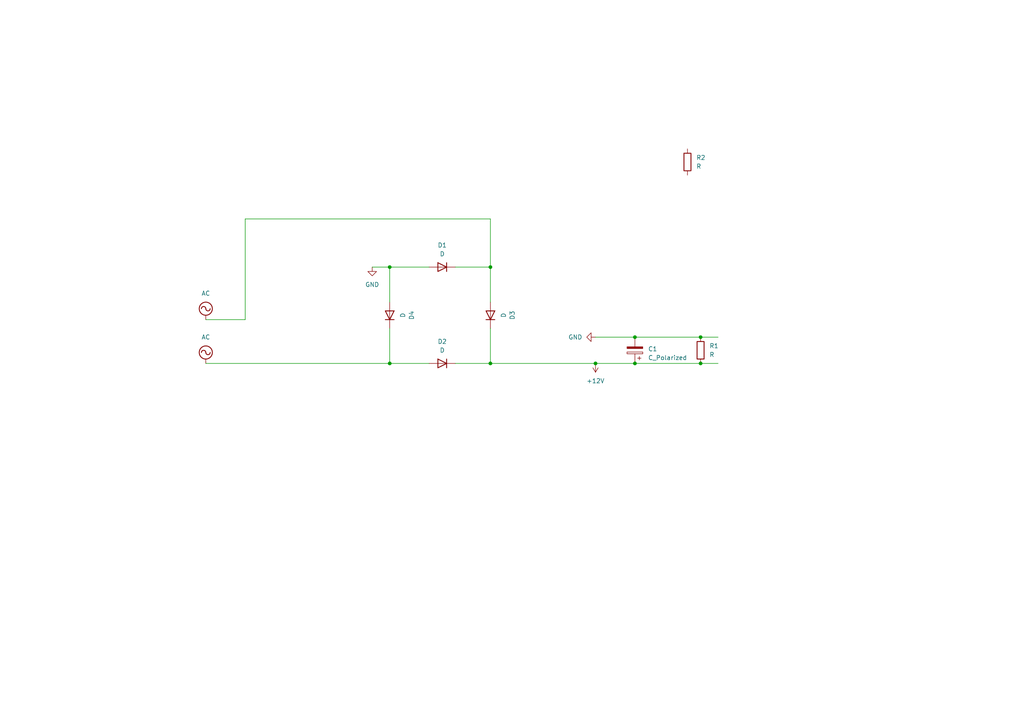
<source format=kicad_sch>
(kicad_sch (version 20230121) (generator eeschema)
  (paper "A4")
  (lib_symbols
    (symbol "Device:C_Polarized" (pin_numbers hide) (pin_names (offset 0.254))
      (property "Reference" "C" (at 0.635 2.54 0))
      (property "Value" "C_Polarized" (at 0.635 -2.54 0))
      (symbol "C_Polarized_0_1"
        (rectangle (start -2.286 0.508) (end 2.286 1.016))
        (polyline (pts (xy -1.778 2.286) (xy -0.762 2.286)))
        (polyline (pts (xy -1.27 2.794) (xy -1.27 1.778)))
        (rectangle (start 2.286 -0.508) (end -2.286 -1.016) (fill (type outline)))
      )
      (symbol "C_Polarized_1_1"
        (pin passive line (at 0 3.81 270) (length 2.794) (name "~") (number "1"))
        (pin passive line (at 0 -3.81 90) (length 2.794) (name "~") (number "2"))
      )
    )
    (symbol "Device:D" (pin_numbers hide) (pin_names (offset 1.016) hide)
      (property "Reference" "D" (at 0 2.54 0))
      (property "Value" "D" (at 0 -2.54 0))
      (symbol "D_0_1"
        (polyline (pts (xy -1.27 1.27) (xy -1.27 -1.27)) (stroke (width 0.254)))
        (polyline (pts (xy 1.27 0) (xy -1.27 0)))
        (polyline (pts (xy 1.27 1.27) (xy 1.27 -1.27) (xy -1.27 0) (xy 1.27 1.27)) (stroke (width 0.254)))
      )
      (symbol "D_1_1"
        (pin passive line (at -3.81 0 0) (length 2.54) (name "K") (number "1"))
        (pin passive line (at 3.81 0 180) (length 2.54) (name "A") (number "2"))
      )
    )
    (symbol "Device:R" (pin_numbers hide) (pin_names (offset 0))
      (property "Reference" "R" (at 2.032 0 90))
      (property "Value" "R" (at 0 0 90))
      (symbol "R_0_1"
        (rectangle (start -1.016 -2.54) (end 1.016 2.54) (stroke (width 0.254)))
      )
      (symbol "R_1_1"
        (pin passive line (at 0 3.81 270) (length 1.27) (name "~") (number "1"))
        (pin passive line (at 0 -3.81 90) (length 1.27) (name "~") (number "2"))
      )
    )
    (symbol "power:+12V" (power) (pin_names (offset 0))
      (property "Value" "+12V" (at 0 3.556 0))
      (symbol "+12V_0_1"
        (polyline (pts (xy -0.762 1.27) (xy 0 2.54)))
        (polyline (pts (xy 0 0) (xy 0 2.54)))
        (polyline (pts (xy 0 2.54) (xy 0.762 1.27)))
      )
      (symbol "+12V_1_1"
        (pin power_in line (at 0 0 90) (length 0) hide (name "+12V") (number "1"))
      )
    )
    (symbol "power:AC" (power) (pin_names (offset 0))
      (property "Value" "AC" (at 0 6.35 0))
      (symbol "AC_0_1"
        (polyline (pts (xy 0 0) (xy 0 1.27)))
        (arc (start 0 3.175) (mid -0.635 3.8073) (end -1.27 3.175) (stroke (width 0.254)))
        (arc (start 0 3.175) (mid 0.635 2.5427) (end 1.27 3.175) (stroke (width 0.254)))
        (circle (center 0 3.175) (radius 1.905) (stroke (width 0.254)))
      )
      (symbol "AC_1_1"
        (pin power_in line (at 0 0 90) (length 0) hide (name "AC") (number "1"))
      )
    )
    (symbol "power:GND" (power) (pin_names (offset 0))
      (property "Value" "GND" (at 0 -3.81 0))
      (symbol "GND_0_1"
        (polyline (pts (xy 0 0) (xy 0 -1.27) (xy 1.27 -1.27) (xy 0 -2.54) (xy -1.27 -1.27) (xy 0 -1.27)))
      )
      (symbol "GND_1_1"
        (pin power_in line (at 0 0 270) (length 0) hide (name "GND") (number "1"))
      )
    )
  )
  (junction (at 203.2 97.79))
  (junction (at 113.03 105.41))
  (junction (at 184.15 97.79))
  (junction (at 142.24 105.41))
  (junction (at 203.2 105.41))
  (junction (at 184.15 105.41))
  (junction (at 113.03 77.47))
  (junction (at 172.72 105.41))
  (junction (at 142.24 77.47))
  (wire (pts (xy 113.03 77.47) (xy 124.46 77.47)))
  (wire (pts (xy 184.15 105.41) (xy 203.2 105.41)))
  (wire (pts (xy 142.24 105.41) (xy 142.24 95.25)))
  (wire (pts (xy 203.2 97.79) (xy 208.28 97.79)))
  (wire (pts (xy 184.15 97.79) (xy 203.2 97.79)))
  (wire (pts (xy 172.72 105.41) (xy 184.15 105.41)))
  (wire (pts (xy 132.08 105.41) (xy 142.24 105.41)))
  (wire (pts (xy 107.95 77.47) (xy 113.03 77.47)))
  (wire (pts (xy 172.72 97.79) (xy 184.15 97.79)))
  (wire (pts (xy 142.24 105.41) (xy 172.72 105.41)))
  (wire (pts (xy 71.12 92.71) (xy 71.12 63.5)))
  (wire (pts (xy 71.12 63.5) (xy 142.24 63.5)))
  (wire (pts (xy 142.24 63.5) (xy 142.24 77.47)))
  (wire (pts (xy 113.03 87.63) (xy 113.03 77.47)))
  (wire (pts (xy 132.08 77.47) (xy 142.24 77.47)))
  (wire (pts (xy 59.69 92.71) (xy 71.12 92.71)))
  (wire (pts (xy 59.69 105.41) (xy 113.03 105.41)))
  (wire (pts (xy 142.24 77.47) (xy 142.24 87.63)))
  (wire (pts (xy 113.03 105.41) (xy 124.46 105.41)))
  (wire (pts (xy 113.03 95.25) (xy 113.03 105.41)))
  (wire (pts (xy 203.2 105.41) (xy 208.28 105.41)))
  (symbol (lib_id "Device:R") (at 203.2 101.6 0) (unit 1)
    (property "Reference" "R1" (at 205.74 100.33 0) (effects (justify left)))
    (property "Value" "R" (at 205.74 102.87 0) (effects (justify left)))
  )
  (symbol (lib_id "power:AC") (at 59.69 92.71 0) (unit 1)
    (property "Reference" "#PWR03" (effects hide))
    (property "Value" "AC" (at 59.69 85.09 0))
  )
  (symbol (lib_id "Device:D") (at 128.27 105.41 0) (mirror y) (unit 1)
    (property "Reference" "D2" (at 128.27 99.06 0))
    (property "Value" "D" (at 128.27 101.6 0))
    (property "Sim.Device" "D" (effects hide))
    (property "Sim.Pins" "1=K 2=A" (effects hide))
  )
  (symbol (lib_id "Device:R") (at 199.39 46.99 0) (unit 1)
    (property "Reference" "R2" (at 201.93 45.72 0) (effects (justify left)))
    (property "Value" "R" (at 201.93 48.26 0) (effects (justify left)))
  )
  (symbol (lib_id "Device:D") (at 113.03 91.44 270) (mirror x) (unit 1)
    (property "Reference" "D4" (at 119.38 91.44 0))
    (property "Value" "D" (at 116.84 91.44 0))
    (property "Sim.Device" "D" (effects hide))
    (property "Sim.Pins" "1=K 2=A" (effects hide))
  )
  (symbol (lib_id "Device:D") (at 142.24 91.44 270) (mirror x) (unit 1)
    (property "Reference" "D3" (at 148.59 91.44 0))
    (property "Value" "D" (at 146.05 91.44 0))
    (property "Sim.Device" "D" (effects hide))
    (property "Sim.Pins" "1=K 2=A" (effects hide))
  )
  (symbol (lib_id "power:GND") (at 107.95 77.47 0) (unit 1)
    (property "Reference" "#PWR02" (effects hide))
    (property "Value" "GND" (at 107.95 82.55 0))
  )
  (symbol (lib_id "power:GND") (at 172.72 97.79 270) (mirror x) (unit 1)
    (property "Reference" "#PWR05" (effects hide))
    (property "Value" "GND" (at 168.91 97.79 90) (effects (justify right)))
  )
  (symbol (lib_id "Device:C_Polarized") (at 184.15 101.6 180) (unit 1)
    (property "Reference" "C1" (at 187.96 101.219 0) (effects (justify right)))
    (property "Value" "C_Polarized" (at 187.96 103.759 0) (effects (justify right)))
  )
  (symbol (lib_id "Device:D") (at 128.27 77.47 0) (mirror y) (unit 1)
    (property "Reference" "D1" (at 128.27 71.12 0))
    (property "Value" "D" (at 128.27 73.66 0))
    (property "Sim.Device" "D" (effects hide))
    (property "Sim.Pins" "1=K 2=A" (effects hide))
  )
  (symbol (lib_id "power:+12V") (at 172.72 105.41 180) (unit 1)
    (property "Reference" "#PWR01" (effects hide))
    (property "Value" "+12V" (at 172.72 110.49 0))
  )
  (symbol (lib_id "power:AC") (at 59.69 105.41 0) (unit 1)
    (property "Reference" "#PWR04" (effects hide))
    (property "Value" "AC" (at 59.69 97.79 0))
  )
)
</source>
